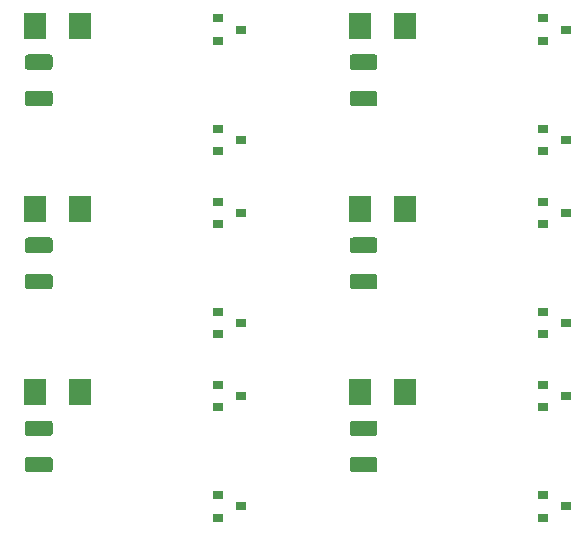
<source format=gbr>
%TF.GenerationSoftware,KiCad,Pcbnew,(5.1.6)-1*%
%TF.CreationDate,2021-08-29T21:48:12-05:00*%
%TF.ProjectId,MicroBrushedESC,4d696372-6f42-4727-9573-686564455343,rev?*%
%TF.SameCoordinates,Original*%
%TF.FileFunction,Paste,Bot*%
%TF.FilePolarity,Positive*%
%FSLAX46Y46*%
G04 Gerber Fmt 4.6, Leading zero omitted, Abs format (unit mm)*
G04 Created by KiCad (PCBNEW (5.1.6)-1) date 2021-08-29 21:48:12*
%MOMM*%
%LPD*%
G01*
G04 APERTURE LIST*
%ADD10R,1.854500X2.286000*%
%ADD11R,0.900000X0.800000*%
G04 APERTURE END LIST*
D10*
%TO.C,L1*%
X158350000Y-80650000D03*
X154565500Y-80650000D03*
%TD*%
%TO.C,L1*%
X130850000Y-80650000D03*
X127065500Y-80650000D03*
%TD*%
%TO.C,L1*%
X158350000Y-65150000D03*
X154565500Y-65150000D03*
%TD*%
%TO.C,L1*%
X130850000Y-65150000D03*
X127065500Y-65150000D03*
%TD*%
%TO.C,L1*%
X158350000Y-49650000D03*
X154565500Y-49650000D03*
%TD*%
%TO.C,C7*%
G36*
G01*
X155775001Y-87487500D02*
X153924999Y-87487500D01*
G75*
G02*
X153675000Y-87237501I0J249999D01*
G01*
X153675000Y-86412499D01*
G75*
G02*
X153924999Y-86162500I249999J0D01*
G01*
X155775001Y-86162500D01*
G75*
G02*
X156025000Y-86412499I0J-249999D01*
G01*
X156025000Y-87237501D01*
G75*
G02*
X155775001Y-87487500I-249999J0D01*
G01*
G37*
G36*
G01*
X155775001Y-84412500D02*
X153924999Y-84412500D01*
G75*
G02*
X153675000Y-84162501I0J249999D01*
G01*
X153675000Y-83337499D01*
G75*
G02*
X153924999Y-83087500I249999J0D01*
G01*
X155775001Y-83087500D01*
G75*
G02*
X156025000Y-83337499I0J-249999D01*
G01*
X156025000Y-84162501D01*
G75*
G02*
X155775001Y-84412500I-249999J0D01*
G01*
G37*
%TD*%
%TO.C,C7*%
G36*
G01*
X128275001Y-87487500D02*
X126424999Y-87487500D01*
G75*
G02*
X126175000Y-87237501I0J249999D01*
G01*
X126175000Y-86412499D01*
G75*
G02*
X126424999Y-86162500I249999J0D01*
G01*
X128275001Y-86162500D01*
G75*
G02*
X128525000Y-86412499I0J-249999D01*
G01*
X128525000Y-87237501D01*
G75*
G02*
X128275001Y-87487500I-249999J0D01*
G01*
G37*
G36*
G01*
X128275001Y-84412500D02*
X126424999Y-84412500D01*
G75*
G02*
X126175000Y-84162501I0J249999D01*
G01*
X126175000Y-83337499D01*
G75*
G02*
X126424999Y-83087500I249999J0D01*
G01*
X128275001Y-83087500D01*
G75*
G02*
X128525000Y-83337499I0J-249999D01*
G01*
X128525000Y-84162501D01*
G75*
G02*
X128275001Y-84412500I-249999J0D01*
G01*
G37*
%TD*%
%TO.C,C7*%
G36*
G01*
X155775001Y-71987500D02*
X153924999Y-71987500D01*
G75*
G02*
X153675000Y-71737501I0J249999D01*
G01*
X153675000Y-70912499D01*
G75*
G02*
X153924999Y-70662500I249999J0D01*
G01*
X155775001Y-70662500D01*
G75*
G02*
X156025000Y-70912499I0J-249999D01*
G01*
X156025000Y-71737501D01*
G75*
G02*
X155775001Y-71987500I-249999J0D01*
G01*
G37*
G36*
G01*
X155775001Y-68912500D02*
X153924999Y-68912500D01*
G75*
G02*
X153675000Y-68662501I0J249999D01*
G01*
X153675000Y-67837499D01*
G75*
G02*
X153924999Y-67587500I249999J0D01*
G01*
X155775001Y-67587500D01*
G75*
G02*
X156025000Y-67837499I0J-249999D01*
G01*
X156025000Y-68662501D01*
G75*
G02*
X155775001Y-68912500I-249999J0D01*
G01*
G37*
%TD*%
%TO.C,C7*%
G36*
G01*
X128275001Y-71987500D02*
X126424999Y-71987500D01*
G75*
G02*
X126175000Y-71737501I0J249999D01*
G01*
X126175000Y-70912499D01*
G75*
G02*
X126424999Y-70662500I249999J0D01*
G01*
X128275001Y-70662500D01*
G75*
G02*
X128525000Y-70912499I0J-249999D01*
G01*
X128525000Y-71737501D01*
G75*
G02*
X128275001Y-71987500I-249999J0D01*
G01*
G37*
G36*
G01*
X128275001Y-68912500D02*
X126424999Y-68912500D01*
G75*
G02*
X126175000Y-68662501I0J249999D01*
G01*
X126175000Y-67837499D01*
G75*
G02*
X126424999Y-67587500I249999J0D01*
G01*
X128275001Y-67587500D01*
G75*
G02*
X128525000Y-67837499I0J-249999D01*
G01*
X128525000Y-68662501D01*
G75*
G02*
X128275001Y-68912500I-249999J0D01*
G01*
G37*
%TD*%
%TO.C,C7*%
G36*
G01*
X155775001Y-56487500D02*
X153924999Y-56487500D01*
G75*
G02*
X153675000Y-56237501I0J249999D01*
G01*
X153675000Y-55412499D01*
G75*
G02*
X153924999Y-55162500I249999J0D01*
G01*
X155775001Y-55162500D01*
G75*
G02*
X156025000Y-55412499I0J-249999D01*
G01*
X156025000Y-56237501D01*
G75*
G02*
X155775001Y-56487500I-249999J0D01*
G01*
G37*
G36*
G01*
X155775001Y-53412500D02*
X153924999Y-53412500D01*
G75*
G02*
X153675000Y-53162501I0J249999D01*
G01*
X153675000Y-52337499D01*
G75*
G02*
X153924999Y-52087500I249999J0D01*
G01*
X155775001Y-52087500D01*
G75*
G02*
X156025000Y-52337499I0J-249999D01*
G01*
X156025000Y-53162501D01*
G75*
G02*
X155775001Y-53412500I-249999J0D01*
G01*
G37*
%TD*%
D11*
%TO.C,Q2*%
X170000000Y-81950000D03*
X170000000Y-80050000D03*
X172000000Y-81000000D03*
%TD*%
%TO.C,Q2*%
X142500000Y-81950000D03*
X142500000Y-80050000D03*
X144500000Y-81000000D03*
%TD*%
%TO.C,Q2*%
X170000000Y-66450000D03*
X170000000Y-64550000D03*
X172000000Y-65500000D03*
%TD*%
%TO.C,Q2*%
X142500000Y-66450000D03*
X142500000Y-64550000D03*
X144500000Y-65500000D03*
%TD*%
%TO.C,Q2*%
X170000000Y-50950000D03*
X170000000Y-49050000D03*
X172000000Y-50000000D03*
%TD*%
%TO.C,Q1*%
X170000000Y-91300000D03*
X170000000Y-89400000D03*
X172000000Y-90350000D03*
%TD*%
%TO.C,Q1*%
X142500000Y-91300000D03*
X142500000Y-89400000D03*
X144500000Y-90350000D03*
%TD*%
%TO.C,Q1*%
X170000000Y-75800000D03*
X170000000Y-73900000D03*
X172000000Y-74850000D03*
%TD*%
%TO.C,Q1*%
X142500000Y-75800000D03*
X142500000Y-73900000D03*
X144500000Y-74850000D03*
%TD*%
%TO.C,Q1*%
X170000000Y-60300000D03*
X170000000Y-58400000D03*
X172000000Y-59350000D03*
%TD*%
D10*
%TO.C,L1*%
X127065500Y-49650000D03*
X130850000Y-49650000D03*
%TD*%
D11*
%TO.C,Q2*%
X144500000Y-50000000D03*
X142500000Y-49050000D03*
X142500000Y-50950000D03*
%TD*%
%TO.C,Q1*%
X144500000Y-59350000D03*
X142500000Y-58400000D03*
X142500000Y-60300000D03*
%TD*%
%TO.C,C7*%
G36*
G01*
X128275001Y-53412500D02*
X126424999Y-53412500D01*
G75*
G02*
X126175000Y-53162501I0J249999D01*
G01*
X126175000Y-52337499D01*
G75*
G02*
X126424999Y-52087500I249999J0D01*
G01*
X128275001Y-52087500D01*
G75*
G02*
X128525000Y-52337499I0J-249999D01*
G01*
X128525000Y-53162501D01*
G75*
G02*
X128275001Y-53412500I-249999J0D01*
G01*
G37*
G36*
G01*
X128275001Y-56487500D02*
X126424999Y-56487500D01*
G75*
G02*
X126175000Y-56237501I0J249999D01*
G01*
X126175000Y-55412499D01*
G75*
G02*
X126424999Y-55162500I249999J0D01*
G01*
X128275001Y-55162500D01*
G75*
G02*
X128525000Y-55412499I0J-249999D01*
G01*
X128525000Y-56237501D01*
G75*
G02*
X128275001Y-56487500I-249999J0D01*
G01*
G37*
%TD*%
M02*

</source>
